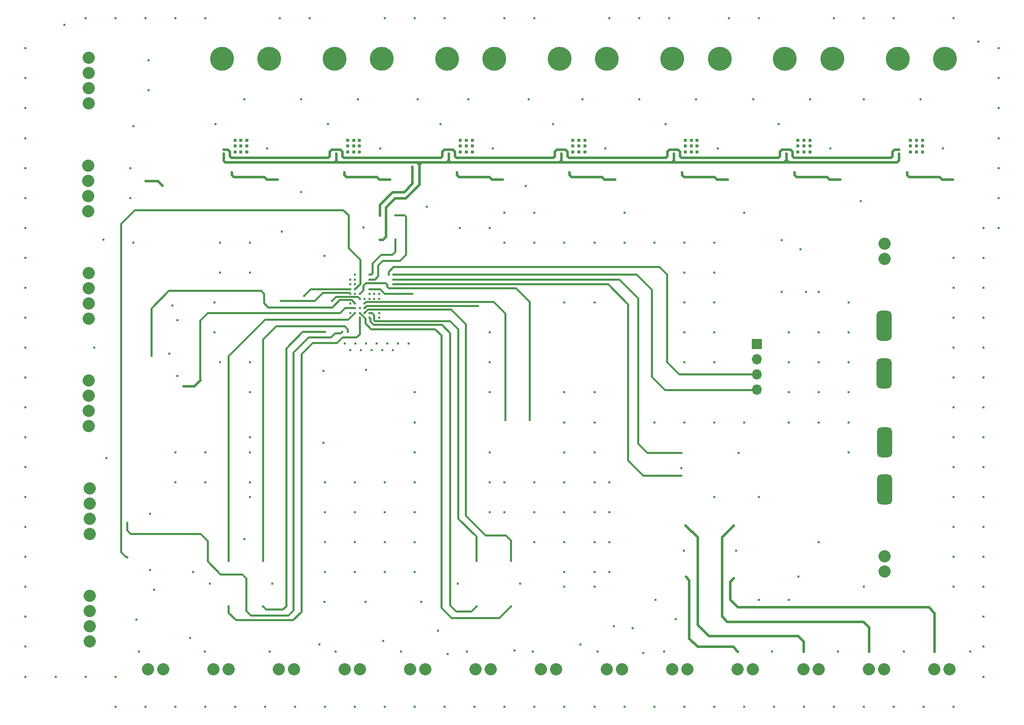
<source format=gbr>
%TF.GenerationSoftware,KiCad,Pcbnew,6.0.0*%
%TF.CreationDate,2022-01-12T19:51:09-05:00*%
%TF.ProjectId,sensor-board,73656e73-6f72-42d6-926f-6172642e6b69,-1*%
%TF.SameCoordinates,Original*%
%TF.FileFunction,Copper,L2,Inr*%
%TF.FilePolarity,Positive*%
%FSLAX46Y46*%
G04 Gerber Fmt 4.6, Leading zero omitted, Abs format (unit mm)*
G04 Created by KiCad (PCBNEW 6.0.0) date 2022-01-12 19:51:09*
%MOMM*%
%LPD*%
G01*
G04 APERTURE LIST*
G04 Aperture macros list*
%AMRoundRect*
0 Rectangle with rounded corners*
0 $1 Rounding radius*
0 $2 $3 $4 $5 $6 $7 $8 $9 X,Y pos of 4 corners*
0 Add a 4 corners polygon primitive as box body*
4,1,4,$2,$3,$4,$5,$6,$7,$8,$9,$2,$3,0*
0 Add four circle primitives for the rounded corners*
1,1,$1+$1,$2,$3*
1,1,$1+$1,$4,$5*
1,1,$1+$1,$6,$7*
1,1,$1+$1,$8,$9*
0 Add four rect primitives between the rounded corners*
20,1,$1+$1,$2,$3,$4,$5,0*
20,1,$1+$1,$4,$5,$6,$7,0*
20,1,$1+$1,$6,$7,$8,$9,0*
20,1,$1+$1,$8,$9,$2,$3,0*%
G04 Aperture macros list end*
%TA.AperFunction,ComponentPad*%
%ADD10C,2.032000*%
%TD*%
%TA.AperFunction,ComponentPad*%
%ADD11C,4.000000*%
%TD*%
%TA.AperFunction,HeatsinkPad*%
%ADD12C,0.600000*%
%TD*%
%TA.AperFunction,ComponentPad*%
%ADD13R,1.700000X1.700000*%
%TD*%
%TA.AperFunction,ComponentPad*%
%ADD14O,1.700000X1.700000*%
%TD*%
%TA.AperFunction,ComponentPad*%
%ADD15RoundRect,0.625000X-0.625000X1.875000X-0.625000X-1.875000X0.625000X-1.875000X0.625000X1.875000X0*%
%TD*%
%TA.AperFunction,ViaPad*%
%ADD16C,0.400000*%
%TD*%
%TA.AperFunction,Conductor*%
%ADD17C,0.400000*%
%TD*%
%TA.AperFunction,Conductor*%
%ADD18C,0.300000*%
%TD*%
G04 APERTURE END LIST*
D10*
X126708456Y-151300000D03*
X129248456Y-151300000D03*
D11*
X121993933Y-49242000D03*
X114093933Y-49242000D03*
D10*
X214294172Y-151300000D03*
X216834172Y-151300000D03*
X192397740Y-151300000D03*
X194937740Y-151300000D03*
X72989600Y-67089000D03*
X72989600Y-69629000D03*
X72989600Y-72169000D03*
X72989600Y-74709000D03*
X73014600Y-49109000D03*
X73014600Y-51649000D03*
X73014600Y-54189000D03*
X73014600Y-56729000D03*
X205957600Y-134946000D03*
X205957600Y-132406000D03*
D11*
X216035600Y-49242000D03*
X208135600Y-49242000D03*
D12*
X212302268Y-62842000D03*
X212302268Y-63842000D03*
X210302268Y-62842000D03*
X212302268Y-64842000D03*
X211302268Y-62842000D03*
X211302268Y-63842000D03*
X210302268Y-63842000D03*
X210302268Y-64842000D03*
X211302268Y-64842000D03*
D10*
X205957600Y-82688000D03*
X205957600Y-80148000D03*
D12*
X97485600Y-64842000D03*
X99485600Y-63842000D03*
X97485600Y-63842000D03*
X97485600Y-62842000D03*
X99485600Y-64842000D03*
X99485600Y-62842000D03*
X98485600Y-64842000D03*
X98485600Y-62842000D03*
X98485600Y-63842000D03*
D10*
X73240790Y-139009000D03*
X73240790Y-141549000D03*
X73240790Y-144089000D03*
X73240790Y-146629000D03*
D11*
X178418932Y-49242000D03*
X170518932Y-49242000D03*
X159610599Y-49242000D03*
X151710599Y-49242000D03*
D10*
X137656670Y-151300000D03*
X140196670Y-151300000D03*
D13*
X184600000Y-96920000D03*
D14*
X184600000Y-99460000D03*
X184600000Y-102000000D03*
X184600000Y-104540000D03*
D10*
X82915600Y-151300000D03*
X85455600Y-151300000D03*
X181449526Y-151300000D03*
X183989526Y-151300000D03*
X104812028Y-151300000D03*
X107352028Y-151300000D03*
D12*
X155910599Y-63842000D03*
X155910599Y-62842000D03*
X153910599Y-63842000D03*
X153910599Y-62842000D03*
X154910599Y-64842000D03*
X154910599Y-63842000D03*
X155910599Y-64842000D03*
X154910599Y-62842000D03*
X153910599Y-64842000D03*
D15*
X205875000Y-101793333D03*
X205875000Y-93893333D03*
D11*
X103185600Y-49242000D03*
X95285600Y-49242000D03*
D10*
X73014600Y-103049000D03*
X73014600Y-105589000D03*
X73014600Y-108129000D03*
X73014600Y-110669000D03*
D12*
X137102266Y-62842000D03*
X137102266Y-64842000D03*
X136102266Y-63842000D03*
X135102266Y-64842000D03*
X135102266Y-63842000D03*
X137102266Y-63842000D03*
X136102266Y-64842000D03*
X135102266Y-62842000D03*
X136102266Y-62842000D03*
X191493933Y-62842000D03*
X193493933Y-63842000D03*
X192493933Y-62842000D03*
X191493933Y-63842000D03*
X192493933Y-63842000D03*
X192493933Y-64842000D03*
X193493933Y-64842000D03*
X191493933Y-64842000D03*
X193493933Y-62842000D03*
D11*
X197227265Y-49242000D03*
X189327265Y-49242000D03*
D10*
X73014600Y-85069000D03*
X73014600Y-87609000D03*
X73014600Y-90149000D03*
X73014600Y-92689000D03*
X93863814Y-151300000D03*
X96403814Y-151300000D03*
X115760242Y-151300000D03*
X118300242Y-151300000D03*
X148604884Y-151300000D03*
X151144884Y-151300000D03*
X159553098Y-151300000D03*
X162093098Y-151300000D03*
D15*
X205957600Y-121200666D03*
X205957600Y-113300666D03*
D10*
X170501312Y-151300000D03*
X173041312Y-151300000D03*
D12*
X173685600Y-62842000D03*
X172685600Y-62842000D03*
X174685600Y-63842000D03*
X174685600Y-62842000D03*
X173685600Y-64842000D03*
X172685600Y-63842000D03*
X172685600Y-64842000D03*
X173685600Y-63842000D03*
X174685600Y-64842000D03*
X118293933Y-64842000D03*
X118293933Y-62842000D03*
X116293933Y-62842000D03*
X117293933Y-62842000D03*
X117293933Y-63842000D03*
X117293933Y-64842000D03*
X116293933Y-64842000D03*
X118293933Y-63842000D03*
X116293933Y-63842000D03*
D10*
X73240790Y-121029000D03*
X73240790Y-123569000D03*
X73240790Y-126109000D03*
X73240790Y-128649000D03*
D11*
X140802266Y-49242000D03*
X132902266Y-49242000D03*
D10*
X203345954Y-151300000D03*
X205885954Y-151300000D03*
D16*
X112500000Y-120000000D03*
X195000000Y-105000000D03*
X197500000Y-42500000D03*
X182500000Y-157500000D03*
X174500000Y-56000000D03*
X222500000Y-112500000D03*
X162500000Y-75000000D03*
X190000000Y-139700000D03*
X217500000Y-117500000D03*
X135000000Y-77500000D03*
X191600000Y-135800000D03*
X134710600Y-136951000D03*
X127500000Y-42500000D03*
X127500000Y-110000000D03*
X100000000Y-85000000D03*
X108500000Y-71500000D03*
X195000000Y-130000000D03*
X118000000Y-56000000D03*
X62500000Y-57500000D03*
X80500000Y-80000000D03*
X87500000Y-120000000D03*
X157500000Y-105000000D03*
X155500000Y-56000000D03*
X120735600Y-88542000D03*
X127500000Y-125000000D03*
X69000000Y-43600000D03*
X225000000Y-72500000D03*
X112400000Y-140000000D03*
X114235600Y-148350000D03*
X217500000Y-132500000D03*
X202000000Y-73000000D03*
X152500000Y-80000000D03*
X217500000Y-97500000D03*
X99000000Y-56000000D03*
X77500000Y-157500000D03*
X200000000Y-110000000D03*
X177500000Y-122500000D03*
X127500000Y-105000000D03*
X152500000Y-125000000D03*
X80500000Y-60500000D03*
X225000000Y-67500000D03*
X200000000Y-115000000D03*
X191926600Y-81103000D03*
X217500000Y-102500000D03*
X116735600Y-90142000D03*
X95000000Y-100000000D03*
X77500000Y-42500000D03*
X129500000Y-74000000D03*
X222500000Y-152500000D03*
X193500000Y-56000000D03*
X157500000Y-80000000D03*
X225000000Y-62500000D03*
X220260600Y-148275000D03*
X87500000Y-157500000D03*
X160000000Y-135000000D03*
X102500000Y-157500000D03*
X212500000Y-157500000D03*
X122500000Y-135000000D03*
X62500000Y-77500000D03*
X157500000Y-137500000D03*
X62500000Y-87500000D03*
X217500000Y-87500000D03*
X147500000Y-157500000D03*
X142500000Y-157500000D03*
X142500000Y-75000000D03*
X222500000Y-107500000D03*
X121535600Y-88542000D03*
X190000000Y-95000000D03*
X140000000Y-77500000D03*
X81000000Y-143000000D03*
X62500000Y-112500000D03*
X140000000Y-125000000D03*
X152500000Y-135000000D03*
X162500000Y-157500000D03*
X75500000Y-79500000D03*
X62500000Y-117500000D03*
X167700000Y-139700000D03*
X81435600Y-148350000D03*
X172500000Y-80000000D03*
X127500000Y-135000000D03*
X62500000Y-137500000D03*
X80000000Y-67500000D03*
X202500000Y-56000000D03*
X62500000Y-72500000D03*
X62500000Y-127500000D03*
X83275600Y-134663000D03*
X110000000Y-42500000D03*
X125235600Y-148350000D03*
X221600000Y-46400000D03*
X62500000Y-67500000D03*
X100000000Y-112500000D03*
X197500000Y-157500000D03*
X195000000Y-100000000D03*
X62500000Y-107500000D03*
X119343600Y-101242500D03*
X119300000Y-140000000D03*
X140000000Y-100000000D03*
X177500000Y-100000000D03*
X157500000Y-125000000D03*
X86500000Y-98500000D03*
X212000000Y-56000000D03*
X122500000Y-125000000D03*
X100000000Y-115000000D03*
X92500000Y-115000000D03*
X180000000Y-42500000D03*
X144200000Y-148100000D03*
X177500000Y-80000000D03*
X137500000Y-157500000D03*
X172500000Y-157500000D03*
X122500000Y-130000000D03*
X217500000Y-127500000D03*
X95000000Y-85000000D03*
X152500000Y-90000000D03*
X84000000Y-138000000D03*
X62500000Y-82500000D03*
X94000000Y-95000000D03*
X222500000Y-102500000D03*
X62500000Y-97500000D03*
X200000000Y-100000000D03*
X146500000Y-56000000D03*
X77500000Y-152500000D03*
X142500000Y-80000000D03*
X100000000Y-100000000D03*
X165700000Y-148600000D03*
X95000000Y-80000000D03*
X188802400Y-88159400D03*
X140000000Y-115000000D03*
X152500000Y-110000000D03*
X117535600Y-86142000D03*
X105000000Y-42500000D03*
X117500000Y-135000000D03*
X222500000Y-132500000D03*
X152500000Y-115000000D03*
X157500000Y-115000000D03*
X147500000Y-130000000D03*
X170000000Y-42500000D03*
X165000000Y-56000000D03*
X83000000Y-49500000D03*
X185000000Y-122500000D03*
X133000000Y-148700000D03*
X209210600Y-148275000D03*
X152500000Y-137500000D03*
X202500000Y-157500000D03*
X222500000Y-77500000D03*
X132500000Y-157500000D03*
X165000000Y-42500000D03*
X127500000Y-120000000D03*
X87835600Y-92919000D03*
X200000000Y-105000000D03*
X74000000Y-97500000D03*
X152500000Y-130000000D03*
X132500000Y-42500000D03*
X119935600Y-88542000D03*
X128000000Y-56000000D03*
X172500000Y-95000000D03*
X222500000Y-92500000D03*
X177500000Y-85000000D03*
X117500000Y-125000000D03*
X112500000Y-157500000D03*
X195000000Y-110000000D03*
X182500000Y-75000000D03*
X122200000Y-146500000D03*
X177500000Y-110000000D03*
X62500000Y-62500000D03*
X217500000Y-112500000D03*
X97500000Y-157500000D03*
X103235600Y-148350000D03*
X127500000Y-157500000D03*
X198160600Y-148275000D03*
X111600000Y-147100000D03*
X172500000Y-90000000D03*
X217500000Y-137500000D03*
X222500000Y-147500000D03*
X177500000Y-95000000D03*
X190000000Y-105000000D03*
X222500000Y-117500000D03*
X140000000Y-120000000D03*
X172500000Y-110000000D03*
X222500000Y-142500000D03*
X140000000Y-105000000D03*
X182500000Y-110000000D03*
X172458600Y-131490000D03*
X217500000Y-107500000D03*
X82500000Y-42500000D03*
X157500000Y-157500000D03*
X162500000Y-80000000D03*
X157500000Y-110000000D03*
X147500000Y-80000000D03*
X67500000Y-152500000D03*
X217500000Y-42500000D03*
X92435600Y-148350000D03*
X147500000Y-75000000D03*
X87000000Y-90500000D03*
X217500000Y-157500000D03*
X157500000Y-120000000D03*
X92500000Y-42500000D03*
X80000000Y-72500000D03*
X62500000Y-102500000D03*
X188802400Y-79553600D03*
X93308600Y-136951000D03*
X122500000Y-120000000D03*
X62500000Y-52500000D03*
X147235600Y-148350000D03*
X167500000Y-157500000D03*
X100000000Y-120000000D03*
X163900000Y-144400000D03*
X108500000Y-56000000D03*
X62500000Y-152500000D03*
X112500000Y-135000000D03*
X167500000Y-80000000D03*
X172500000Y-85000000D03*
X142500000Y-125000000D03*
X160800000Y-144100000D03*
X225000000Y-52500000D03*
X207500000Y-157500000D03*
X117500000Y-157500000D03*
X152500000Y-157500000D03*
X128600000Y-140000000D03*
X185000000Y-139700000D03*
X127500000Y-115000000D03*
X195000000Y-88215000D03*
X158035600Y-148350000D03*
X160000000Y-125000000D03*
X146000000Y-70500000D03*
X207500000Y-42500000D03*
X192500000Y-157500000D03*
X87500000Y-115000000D03*
X62500000Y-132500000D03*
X157500000Y-135000000D03*
X152500000Y-105000000D03*
X222500000Y-137500000D03*
X94000000Y-90000000D03*
X217500000Y-122500000D03*
X92500000Y-120000000D03*
X225000000Y-77500000D03*
X147500000Y-120000000D03*
X62500000Y-122500000D03*
X136235600Y-148350000D03*
X190000000Y-100000000D03*
X62500000Y-92500000D03*
X181573600Y-115107000D03*
X187500000Y-157500000D03*
X62500000Y-142500000D03*
X217500000Y-92500000D03*
X222500000Y-87500000D03*
X131400000Y-144800000D03*
X155200000Y-147100000D03*
X112275000Y-113425000D03*
X217500000Y-82500000D03*
X90500000Y-135000000D03*
X107500000Y-157500000D03*
X187210600Y-148275000D03*
X185000000Y-42500000D03*
X222500000Y-97500000D03*
X171100000Y-142900000D03*
X99000000Y-129500000D03*
X127500000Y-130000000D03*
X76000000Y-116000000D03*
X202500000Y-137500000D03*
X112385600Y-82142000D03*
X100000000Y-122500000D03*
X122500000Y-42500000D03*
X140000000Y-95000000D03*
X200000000Y-90000000D03*
X72500000Y-42500000D03*
X100000000Y-80000000D03*
X169106600Y-148279000D03*
X184000000Y-56000000D03*
X90000000Y-146000000D03*
X100000000Y-105000000D03*
X117500000Y-130000000D03*
X147500000Y-125000000D03*
X147500000Y-42500000D03*
X92500000Y-157500000D03*
X195000000Y-95000000D03*
X142500000Y-42500000D03*
X160000000Y-130000000D03*
X222500000Y-122500000D03*
X117500000Y-120000000D03*
X160000000Y-120000000D03*
X160000000Y-42500000D03*
X62500000Y-47500000D03*
X142500000Y-120000000D03*
X225000000Y-47500000D03*
X112500000Y-125000000D03*
X83000000Y-54500000D03*
X222500000Y-82500000D03*
X136500000Y-56000000D03*
X82500000Y-157500000D03*
X87500000Y-42500000D03*
X112500000Y-130000000D03*
X62500000Y-147500000D03*
X202500000Y-42500000D03*
X225000000Y-57500000D03*
X152500000Y-120000000D03*
X177500000Y-157500000D03*
X177500000Y-90000000D03*
X190000000Y-110000000D03*
X200000000Y-95000000D03*
X122500000Y-157500000D03*
X222500000Y-127500000D03*
X157500000Y-90000000D03*
X167500000Y-110000000D03*
X157500000Y-130000000D03*
X72500000Y-152500000D03*
X105335600Y-78117000D03*
X172500000Y-100000000D03*
X196885600Y-64242000D03*
X87835600Y-102226925D03*
X119935600Y-89342000D03*
X119343600Y-96810500D03*
X118467600Y-97940500D03*
X124677600Y-96810500D03*
X123801600Y-97940500D03*
X140485600Y-64242000D03*
X121535600Y-89342000D03*
X120245600Y-97940500D03*
X150635600Y-60142000D03*
X172048600Y-117647000D03*
X215685600Y-64242000D03*
X112231600Y-101382500D03*
X94235600Y-60142000D03*
X120735600Y-89342000D03*
X122899600Y-96810500D03*
X121121600Y-96810500D03*
X131835600Y-60142000D03*
X121685600Y-64242000D03*
X188235600Y-60142000D03*
X117535600Y-86942000D03*
X169435600Y-60142000D03*
X145126600Y-136951000D03*
X122023600Y-97940500D03*
X192876600Y-88199800D03*
X117565600Y-96810500D03*
X102885600Y-64242000D03*
X178085600Y-64242000D03*
X115787600Y-96810500D03*
X181163600Y-131490000D03*
X159285600Y-64242000D03*
X83275600Y-125265000D03*
X119135600Y-89342000D03*
X118962600Y-77481000D03*
X113035600Y-60142000D03*
X116689600Y-97940500D03*
X117535600Y-85342000D03*
X103724600Y-136951000D03*
X180771600Y-136000000D03*
X214294172Y-148279000D03*
X180735600Y-127207000D03*
X203345954Y-148279000D03*
X172735600Y-127207000D03*
X192397740Y-148279000D03*
X172771600Y-135800000D03*
X181449526Y-148279000D03*
X85307600Y-70401000D03*
X82513600Y-69639000D03*
X117535600Y-90142000D03*
X83529600Y-98849000D03*
X88863600Y-103929000D03*
X91657600Y-102913000D03*
X117535600Y-90942000D03*
X96438600Y-133141000D03*
X117535600Y-91742000D03*
X96438400Y-140766800D03*
X118335600Y-92542000D03*
X138035600Y-90542000D03*
X119135600Y-90942000D03*
X217335600Y-69392000D03*
X209672600Y-68242000D03*
X160935600Y-69392000D03*
X153284600Y-68242000D03*
X104535600Y-69392000D03*
X96896600Y-68242000D03*
X198535600Y-69392000D03*
X190876600Y-68242000D03*
X142135600Y-69392000D03*
X134488600Y-68242000D03*
X179735600Y-69392000D03*
X172080600Y-68242000D03*
X115692600Y-68242000D03*
X123335600Y-69392000D03*
X105135600Y-89742000D03*
X116735600Y-88542000D03*
X117535600Y-88542000D03*
X79465600Y-126788800D03*
X115335600Y-94892000D03*
X117535600Y-87742000D03*
X79465600Y-132528800D03*
X118335600Y-88542000D03*
X146664000Y-109600000D03*
X116735600Y-91742000D03*
X118335600Y-89342000D03*
X102178400Y-140766800D03*
X112485600Y-94892000D03*
X113685600Y-89742000D03*
X102178600Y-133141000D03*
X118335600Y-90942000D03*
X116335600Y-94892000D03*
X143549400Y-140766800D03*
X118335600Y-91742000D03*
X143549600Y-133141000D03*
X119135600Y-91742000D03*
X119135600Y-90142000D03*
X142600000Y-109600000D03*
X119935600Y-91742000D03*
X137809600Y-133141000D03*
X137809400Y-140766800D03*
X119935600Y-92542000D03*
X121535600Y-91742000D03*
X121535600Y-92542000D03*
X123935600Y-85342000D03*
X123135600Y-85342000D03*
X114335600Y-64442000D03*
X170735600Y-64442000D03*
X151935600Y-64442000D03*
X121629600Y-75449000D03*
X127090600Y-67321000D03*
X95535600Y-64442000D03*
X127090600Y-65797000D03*
X189535600Y-64442000D03*
X133135600Y-64442000D03*
X208335600Y-64442000D03*
X189535600Y-65042000D03*
X208335600Y-65042000D03*
X121629600Y-79513000D03*
X114335600Y-65042000D03*
X151935600Y-65042000D03*
X95535600Y-65042000D03*
X133135600Y-65042000D03*
X170735600Y-65042000D03*
X172048600Y-115107000D03*
X123935600Y-86142000D03*
X123935600Y-86942000D03*
X172048600Y-118917000D03*
X119935600Y-85342000D03*
X124285600Y-79502000D03*
X119935600Y-86142000D03*
X124296600Y-75449000D03*
X116735600Y-86142000D03*
X116735600Y-86942000D03*
X119935600Y-87742000D03*
X126455600Y-96810500D03*
X127090600Y-88530000D03*
X116735600Y-87742000D03*
X108985600Y-88892000D03*
D17*
X181446600Y-140888000D02*
X180176600Y-139618000D01*
X213323600Y-140888000D02*
X181446600Y-140888000D01*
X214294172Y-141858572D02*
X213323600Y-140888000D01*
X180176600Y-139618000D02*
X180176600Y-136595000D01*
X214294172Y-148279000D02*
X214294172Y-141858572D01*
X180176600Y-136595000D02*
X180771600Y-136000000D01*
X180735600Y-127207000D02*
X178779600Y-129163000D01*
X202401600Y-143301000D02*
X203345954Y-144245354D01*
X178779600Y-142412000D02*
X179668600Y-143301000D01*
X203345954Y-144245354D02*
X203345954Y-148279000D01*
X179668600Y-143301000D02*
X202401600Y-143301000D01*
X178779600Y-129163000D02*
X178779600Y-142412000D01*
X176620600Y-145714000D02*
X191479600Y-145714000D01*
X172735600Y-127207000D02*
X174715600Y-129187000D01*
X192397740Y-146632140D02*
X192397740Y-148279000D01*
X191479600Y-145714000D02*
X192397740Y-146632140D01*
X174715600Y-143809000D02*
X176620600Y-145714000D01*
X174715600Y-129187000D02*
X174715600Y-143809000D01*
X174715600Y-147492000D02*
X173318600Y-146095000D01*
X181449526Y-148279000D02*
X180662526Y-147492000D01*
X173318600Y-146095000D02*
X173318600Y-136347000D01*
X173318600Y-136347000D02*
X172771600Y-135800000D01*
X180662526Y-147492000D02*
X174715600Y-147492000D01*
X84545600Y-69639000D02*
X85307600Y-70401000D01*
X82513600Y-69639000D02*
X84545600Y-69639000D01*
D18*
X83500000Y-98819400D02*
X83529600Y-98849000D01*
X114985600Y-89592000D02*
X116985600Y-89592000D01*
X116985600Y-89592000D02*
X117535600Y-90142000D01*
X102335600Y-88542000D02*
X102335600Y-90092000D01*
X83500000Y-90969000D02*
X83500000Y-98819400D01*
X101815600Y-88022000D02*
X102335600Y-88542000D01*
X102335600Y-90092000D02*
X103035600Y-90792000D01*
X113785600Y-90792000D02*
X114985600Y-89592000D01*
X103035600Y-90792000D02*
X113785600Y-90792000D01*
X86447000Y-88022000D02*
X101815600Y-88022000D01*
X86447000Y-88022000D02*
X83500000Y-90969000D01*
D17*
X90641600Y-103929000D02*
X88863600Y-103929000D01*
D18*
X92908000Y-91792000D02*
X91657600Y-93042400D01*
X115885600Y-90942000D02*
X115035600Y-91792000D01*
X91657600Y-93042400D02*
X91657600Y-102913000D01*
X117535600Y-90942000D02*
X115885600Y-90942000D01*
X115035600Y-91792000D02*
X92908000Y-91792000D01*
D17*
X91657600Y-102913000D02*
X90641600Y-103929000D01*
D18*
X116385600Y-92892000D02*
X102485600Y-92892000D01*
X117535600Y-91742000D02*
X116385600Y-92892000D01*
X96438600Y-98939000D02*
X96438600Y-133141000D01*
X102485600Y-92892000D02*
X96438600Y-98939000D01*
X108585600Y-141700000D02*
X107185600Y-143100000D01*
X118335600Y-95292000D02*
X117785600Y-95842000D01*
X118335600Y-92542000D02*
X118335600Y-95292000D01*
X107185600Y-143100000D02*
X97685600Y-143100000D01*
X117785600Y-95842000D02*
X115435600Y-95842000D01*
X108585600Y-98592000D02*
X108585600Y-141700000D01*
X96435600Y-141850000D02*
X96435600Y-140769600D01*
X97685600Y-143100000D02*
X96435600Y-141850000D01*
X110435600Y-96742000D02*
X108585600Y-98592000D01*
X114535600Y-96742000D02*
X110435600Y-96742000D01*
X115435600Y-95842000D02*
X114535600Y-96742000D01*
X96435600Y-140769600D02*
X96438400Y-140766800D01*
X119535600Y-90542000D02*
X138035600Y-90542000D01*
X119135600Y-90942000D02*
X119535600Y-90542000D01*
D17*
X215101600Y-68972000D02*
X215521600Y-69392000D01*
X210021600Y-68972000D02*
X215101600Y-68972000D01*
X209672600Y-68242000D02*
X209672600Y-68623000D01*
X209672600Y-68623000D02*
X210021600Y-68972000D01*
X215521600Y-69392000D02*
X217311600Y-69392000D01*
X153284600Y-68242000D02*
X153284600Y-68623000D01*
X159133600Y-69392000D02*
X160923600Y-69392000D01*
X158713600Y-68972000D02*
X159133600Y-69392000D01*
X153284600Y-68623000D02*
X153633600Y-68972000D01*
X153633600Y-68972000D02*
X158713600Y-68972000D01*
X97245600Y-68972000D02*
X102325600Y-68972000D01*
X96896600Y-68623000D02*
X97245600Y-68972000D01*
X102325600Y-68972000D02*
X102745600Y-69392000D01*
X96896600Y-68242000D02*
X96896600Y-68623000D01*
X102745600Y-69392000D02*
X104535600Y-69392000D01*
X190876600Y-68623000D02*
X191225600Y-68972000D01*
X191225600Y-68972000D02*
X196305600Y-68972000D01*
X196305600Y-68972000D02*
X196725600Y-69392000D01*
X196725600Y-69392000D02*
X198515600Y-69392000D01*
X190876600Y-68242000D02*
X190876600Y-68623000D01*
X134488600Y-68242000D02*
X134488600Y-68623000D01*
X140337600Y-69392000D02*
X142127600Y-69392000D01*
X139917600Y-68972000D02*
X140337600Y-69392000D01*
X134488600Y-68623000D02*
X134837600Y-68972000D01*
X134837600Y-68972000D02*
X139917600Y-68972000D01*
X177509600Y-68972000D02*
X177929600Y-69392000D01*
X177929600Y-69392000D02*
X179719600Y-69392000D01*
X172080600Y-68623000D02*
X172429600Y-68972000D01*
X172429600Y-68972000D02*
X177509600Y-68972000D01*
X172080600Y-68242000D02*
X172080600Y-68623000D01*
X115692600Y-68242000D02*
X115692600Y-68623000D01*
X116041600Y-68972000D02*
X121121600Y-68972000D01*
X121121600Y-68972000D02*
X121541600Y-69392000D01*
X115692600Y-68623000D02*
X116041600Y-68972000D01*
X121541600Y-69392000D02*
X123331600Y-69392000D01*
D18*
X112185600Y-88392000D02*
X111435600Y-89142000D01*
X109785600Y-89742000D02*
X105135600Y-89742000D01*
X116585600Y-88392000D02*
X114385600Y-88392000D01*
X114385600Y-88392000D02*
X112185600Y-88392000D01*
X111435600Y-89142000D02*
X110835600Y-89742000D01*
X116635600Y-88442000D02*
X116585600Y-88392000D01*
X116735600Y-88542000D02*
X116635600Y-88442000D01*
X110835600Y-89742000D02*
X109785600Y-89742000D01*
X115335600Y-94892000D02*
X115085600Y-95142000D01*
X99385600Y-136100000D02*
X98685600Y-135400000D01*
X100135600Y-142300000D02*
X99385600Y-141550000D01*
X109785600Y-95842000D02*
X107285600Y-98342000D01*
X113485600Y-95842000D02*
X109785600Y-95842000D01*
X79465600Y-128099000D02*
X80035600Y-128669000D01*
X107285600Y-141450000D02*
X106435600Y-142300000D01*
X92905300Y-129838700D02*
X92905300Y-130019700D01*
X98685600Y-135400000D02*
X95035600Y-135400000D01*
X92905300Y-133269700D02*
X92905300Y-130019700D01*
X79465600Y-126788800D02*
X79465600Y-128099000D01*
X95035600Y-135400000D02*
X92905300Y-133269700D01*
X115085600Y-95142000D02*
X114185600Y-95142000D01*
X114185600Y-95142000D02*
X113485600Y-95842000D01*
X91735600Y-128669000D02*
X92905300Y-129838700D01*
X106435600Y-142300000D02*
X100135600Y-142300000D01*
X80035600Y-128669000D02*
X91735600Y-128669000D01*
X107285600Y-98342000D02*
X107285600Y-141450000D01*
X99385600Y-141550000D02*
X99385600Y-136100000D01*
X116435600Y-80892000D02*
X118385600Y-82842000D01*
X80785600Y-74542000D02*
X115535600Y-74542000D01*
X116435600Y-75442000D02*
X116435600Y-80892000D01*
X79295400Y-132528800D02*
X78485600Y-131719000D01*
X79465600Y-132528800D02*
X79295400Y-132528800D01*
X115535600Y-74542000D02*
X116435600Y-75442000D01*
X118385600Y-82842000D02*
X118385600Y-86892000D01*
X118385600Y-86892000D02*
X117535600Y-87742000D01*
X78485600Y-131719000D02*
X78485600Y-76842000D01*
X78485600Y-76842000D02*
X80785600Y-74542000D01*
X119325600Y-86752000D02*
X122645600Y-86752000D01*
X146664000Y-89864000D02*
X144441000Y-87641000D01*
X118935600Y-87942000D02*
X118935600Y-87142000D01*
X118335600Y-88542000D02*
X118935600Y-87942000D01*
X123153600Y-87641000D02*
X144441000Y-87641000D01*
X122899600Y-87006000D02*
X122899600Y-87387000D01*
X122899600Y-87387000D02*
X123153600Y-87641000D01*
X122645600Y-86752000D02*
X122899600Y-87006000D01*
X146664000Y-89864000D02*
X146664000Y-109600000D01*
X118935600Y-87142000D02*
X119325600Y-86752000D01*
X105485600Y-141300000D02*
X102685600Y-141300000D01*
X113685600Y-89742000D02*
X114385600Y-89042000D01*
X108785600Y-94892000D02*
X106035600Y-97642000D01*
X112485600Y-94892000D02*
X108785600Y-94892000D01*
X118035600Y-89042000D02*
X118335600Y-89342000D01*
X106035600Y-97642000D02*
X106035600Y-140750000D01*
X114385600Y-89042000D02*
X118035600Y-89042000D01*
X102685600Y-141300000D02*
X102178400Y-140792800D01*
X102178400Y-140792800D02*
X102178400Y-140766800D01*
X106035600Y-140750000D02*
X105485600Y-141300000D01*
X116335600Y-94892000D02*
X116335600Y-94442000D01*
X116335600Y-94442000D02*
X115835600Y-93942000D01*
X104385600Y-93942000D02*
X102178600Y-96149000D01*
X102178600Y-96149000D02*
X102178600Y-133141000D01*
X115835600Y-93942000D02*
X104385600Y-93942000D01*
X120235600Y-94442000D02*
X130885600Y-94442000D01*
X131935600Y-95492000D02*
X131935600Y-141000000D01*
X133635600Y-142700000D02*
X141616200Y-142700000D01*
X119235600Y-92642000D02*
X119235600Y-93442000D01*
X118335600Y-91742000D02*
X119235600Y-92642000D01*
X130885600Y-94442000D02*
X131935600Y-95492000D01*
X141616200Y-142700000D02*
X143549400Y-140766800D01*
X119235600Y-93442000D02*
X120235600Y-94442000D01*
X131935600Y-141000000D02*
X133635600Y-142700000D01*
X118335600Y-91742000D02*
X118364600Y-91742000D01*
X119685600Y-91192000D02*
X133585600Y-91192000D01*
X139335600Y-128950000D02*
X142735600Y-128950000D01*
X119135600Y-91742000D02*
X119685600Y-91192000D01*
X143535600Y-129750000D02*
X143535600Y-133127000D01*
X133585600Y-91192000D02*
X136035600Y-93642000D01*
X143535600Y-133127000D02*
X143549600Y-133141000D01*
X136035600Y-93642000D02*
X136035600Y-125650000D01*
X136035600Y-125650000D02*
X139335600Y-128950000D01*
X142735600Y-128950000D02*
X143535600Y-129750000D01*
X142600000Y-91800000D02*
X140692000Y-89892000D01*
X119385600Y-89892000D02*
X119135600Y-90142000D01*
X142600000Y-109600000D02*
X142600000Y-91800000D01*
X140692000Y-89892000D02*
X119385600Y-89892000D01*
X134785600Y-94492000D02*
X134785600Y-126100000D01*
X137809600Y-129124000D02*
X137809600Y-133141000D01*
X120740600Y-92975000D02*
X120867600Y-93102000D01*
X120396600Y-91742000D02*
X120740600Y-92086000D01*
X120740600Y-92086000D02*
X120740600Y-92975000D01*
X133395600Y-93102000D02*
X134785600Y-94492000D01*
X134785600Y-126100000D02*
X137809600Y-129124000D01*
X119935600Y-91742000D02*
X120396600Y-91742000D01*
X120867600Y-93102000D02*
X133395600Y-93102000D01*
X120105600Y-92721000D02*
X120105600Y-93229000D01*
X133435600Y-140600000D02*
X133530300Y-140694700D01*
X120613600Y-93737000D02*
X132030600Y-93737000D01*
X133435600Y-95142000D02*
X133435600Y-140600000D01*
X133530300Y-140694700D02*
X134435600Y-141600000D01*
X120105600Y-93229000D02*
X120613600Y-93737000D01*
X119935600Y-92542000D02*
X119935600Y-92551000D01*
X132030600Y-93737000D02*
X133435600Y-95142000D01*
X136976200Y-141600000D02*
X137809400Y-140766800D01*
X134435600Y-141600000D02*
X136976200Y-141600000D01*
X119935600Y-92551000D02*
X120105600Y-92721000D01*
X167095300Y-102390600D02*
X169304700Y-104600000D01*
X170400000Y-104600000D02*
X184540000Y-104600000D01*
X184540000Y-104600000D02*
X184600000Y-104540000D01*
X164542300Y-85342000D02*
X167095300Y-87895000D01*
X169304700Y-104600000D02*
X170400000Y-104600000D01*
X123935600Y-85342000D02*
X164542300Y-85342000D01*
X167095300Y-87895000D02*
X167095300Y-102390600D01*
X123135600Y-85342000D02*
X123135600Y-84865000D01*
X169635300Y-85355000D02*
X169635300Y-99930600D01*
X171704700Y-102000000D02*
X172300000Y-102000000D01*
X123135600Y-84865000D02*
X123915600Y-84085000D01*
X184600000Y-102000000D02*
X172300000Y-102000000D01*
X168365300Y-84085000D02*
X169635300Y-85355000D01*
X123915600Y-84085000D02*
X168365300Y-84085000D01*
X169635300Y-99930600D02*
X171704700Y-102000000D01*
D17*
X133127600Y-64442000D02*
X133863600Y-64442000D01*
X132043600Y-65543000D02*
X132043600Y-64781000D01*
X121629600Y-73671000D02*
X123788600Y-71512000D01*
X169974600Y-64442000D02*
X170710600Y-64442000D01*
X127090600Y-70115000D02*
X127090600Y-67321000D01*
X152998600Y-64781000D02*
X152998600Y-65543000D01*
X134202600Y-64781000D02*
X134202600Y-65543000D01*
X95535600Y-64442000D02*
X96271600Y-64442000D01*
X134202600Y-65543000D02*
X134456600Y-65797000D01*
X131789600Y-65797000D02*
X132043600Y-65543000D01*
X115406600Y-64781000D02*
X115406600Y-65543000D01*
X113247600Y-64781000D02*
X113586600Y-64442000D01*
X152998600Y-65543000D02*
X153252600Y-65797000D01*
X151178600Y-64442000D02*
X151914600Y-64442000D01*
X188177600Y-65797000D02*
X188431600Y-65543000D01*
X114331600Y-64442000D02*
X115067600Y-64442000D01*
X190590600Y-64781000D02*
X190590600Y-65543000D01*
X121629600Y-75449000D02*
X121629600Y-73671000D01*
X169635600Y-65543000D02*
X169635600Y-64781000D01*
X150585600Y-65797000D02*
X150839600Y-65543000D01*
X151923600Y-64442000D02*
X152659600Y-64442000D01*
X113586600Y-64442000D02*
X114322600Y-64442000D01*
X112993600Y-65797000D02*
X113247600Y-65543000D01*
X206973600Y-65797000D02*
X207227600Y-65543000D01*
X153252600Y-65797000D02*
X169381600Y-65797000D01*
X190844600Y-65797000D02*
X206973600Y-65797000D01*
X123788600Y-71512000D02*
X125693600Y-71512000D01*
X115406600Y-65543000D02*
X115660600Y-65797000D01*
X96610600Y-64781000D02*
X96610600Y-65543000D01*
X115660600Y-65797000D02*
X127090600Y-65797000D01*
X96610600Y-65543000D02*
X96864600Y-65797000D01*
X169381600Y-65797000D02*
X169635600Y-65543000D01*
X189515600Y-64442000D02*
X190251600Y-64442000D01*
X96271600Y-64442000D02*
X96610600Y-64781000D01*
X132382600Y-64442000D02*
X133118600Y-64442000D01*
X152659600Y-64442000D02*
X152998600Y-64781000D01*
X150839600Y-64781000D02*
X151178600Y-64442000D01*
X188431600Y-65543000D02*
X188431600Y-64781000D01*
X207566600Y-64442000D02*
X208302600Y-64442000D01*
X96864600Y-65797000D02*
X112993600Y-65797000D01*
X127090600Y-65797000D02*
X131789600Y-65797000D01*
X169635600Y-64781000D02*
X169974600Y-64442000D01*
X190590600Y-65543000D02*
X190844600Y-65797000D01*
X171455600Y-64442000D02*
X171794600Y-64781000D01*
X132043600Y-64781000D02*
X132382600Y-64442000D01*
X115067600Y-64442000D02*
X115406600Y-64781000D01*
X207227600Y-64781000D02*
X207566600Y-64442000D01*
X133863600Y-64442000D02*
X134202600Y-64781000D01*
X150839600Y-65543000D02*
X150839600Y-64781000D01*
X134456600Y-65797000D02*
X150585600Y-65797000D01*
X125693600Y-71512000D02*
X127090600Y-70115000D01*
X170719600Y-64442000D02*
X171455600Y-64442000D01*
X207227600Y-65543000D02*
X207227600Y-64781000D01*
X171794600Y-64781000D02*
X171794600Y-65543000D01*
X171794600Y-65543000D02*
X172048600Y-65797000D01*
X172048600Y-65797000D02*
X188177600Y-65797000D01*
X190251600Y-64442000D02*
X190590600Y-64781000D01*
X188770600Y-64442000D02*
X189506600Y-64442000D01*
X113247600Y-65543000D02*
X113247600Y-64781000D01*
X188431600Y-64781000D02*
X188770600Y-64442000D01*
X128233600Y-66559000D02*
X128233600Y-67067000D01*
X95535600Y-65042000D02*
X95535600Y-66246000D01*
X128233600Y-67067000D02*
X128233600Y-66940000D01*
X189535600Y-65042000D02*
X189535600Y-66139000D01*
X128233600Y-66559000D02*
X128614600Y-66559000D01*
X95848600Y-66559000D02*
X114009600Y-66559000D01*
X189535600Y-66139000D02*
X189955600Y-66559000D01*
X170735600Y-66262000D02*
X170735600Y-66221000D01*
X122137600Y-79513000D02*
X121629600Y-79513000D01*
X170735600Y-66516000D02*
X170778600Y-66559000D01*
X189535600Y-66471000D02*
X189447600Y-66559000D01*
X114335600Y-66250000D02*
X114644600Y-66559000D01*
X133135600Y-65042000D02*
X133135600Y-66229000D01*
X133135600Y-66229000D02*
X133135600Y-66483000D01*
X170735600Y-66221000D02*
X170735600Y-66516000D01*
X114335600Y-66233000D02*
X114335600Y-66250000D01*
X133135600Y-66229000D02*
X133135600Y-66254000D01*
X128233600Y-70242000D02*
X125947600Y-72528000D01*
X128233600Y-66940000D02*
X128614600Y-66559000D01*
X133440600Y-66559000D02*
X151601600Y-66559000D01*
X151982600Y-66559000D02*
X152236600Y-66559000D01*
X133110600Y-66254000D02*
X132805600Y-66559000D01*
X114335600Y-66233000D02*
X114335600Y-66487000D01*
X189535600Y-66139000D02*
X189535600Y-66471000D01*
X170735600Y-66262000D02*
X170694600Y-66262000D01*
X189066600Y-66559000D02*
X189447600Y-66559000D01*
X133135600Y-66254000D02*
X133110600Y-66254000D01*
X152236600Y-66559000D02*
X170397600Y-66559000D01*
X151935600Y-66225000D02*
X151935600Y-66512000D01*
X114335600Y-66487000D02*
X114263600Y-66559000D01*
X128233600Y-66940000D02*
X127852600Y-66559000D01*
X151935600Y-65042000D02*
X151935600Y-66225000D01*
X133059600Y-66559000D02*
X133440600Y-66559000D01*
X114009600Y-66559000D02*
X114263600Y-66559000D01*
X122645600Y-79005000D02*
X122137600Y-79513000D01*
X124169600Y-72528000D02*
X122645600Y-74052000D01*
X189447600Y-66559000D02*
X189955600Y-66559000D01*
X133135600Y-66483000D02*
X133059600Y-66559000D01*
X170778600Y-66559000D02*
X171032600Y-66559000D01*
X151935600Y-66225000D02*
X151935600Y-66258000D01*
X127852600Y-66559000D02*
X128233600Y-66559000D01*
X170397600Y-66559000D02*
X170778600Y-66559000D01*
X189066600Y-66559000D02*
X189115600Y-66559000D01*
X114335600Y-66233000D02*
X114009600Y-66559000D01*
X208335600Y-66213000D02*
X208335600Y-65042000D01*
X125947600Y-72528000D02*
X124169600Y-72528000D01*
X151935600Y-66258000D02*
X152236600Y-66559000D01*
X151902600Y-66258000D02*
X151601600Y-66559000D01*
X171032600Y-66559000D02*
X189066600Y-66559000D01*
X189955600Y-66559000D02*
X207989600Y-66559000D01*
X114335600Y-65042000D02*
X114335600Y-66233000D01*
X132805600Y-66559000D02*
X133059600Y-66559000D01*
X122645600Y-74052000D02*
X122645600Y-79005000D01*
X128233600Y-67067000D02*
X128233600Y-70242000D01*
X128614600Y-66559000D02*
X132805600Y-66559000D01*
X151601600Y-66559000D02*
X151982600Y-66559000D01*
X114644600Y-66559000D02*
X127852600Y-66559000D01*
X171032600Y-66559000D02*
X170735600Y-66262000D01*
X170694600Y-66262000D02*
X170397600Y-66559000D01*
X133135600Y-66254000D02*
X133440600Y-66559000D01*
X207989600Y-66559000D02*
X208335600Y-66213000D01*
X189115600Y-66559000D02*
X189535600Y-66139000D01*
X114263600Y-66559000D02*
X114644600Y-66559000D01*
X170735600Y-65042000D02*
X170735600Y-66221000D01*
X151935600Y-66258000D02*
X151902600Y-66258000D01*
X95535600Y-66246000D02*
X95848600Y-66559000D01*
X151935600Y-66512000D02*
X151982600Y-66559000D01*
D18*
X164809300Y-113583000D02*
X166333300Y-115107000D01*
X164809300Y-89292000D02*
X164809300Y-113583000D01*
X166333300Y-115107000D02*
X167007000Y-115107000D01*
X123935600Y-86142000D02*
X161659300Y-86142000D01*
X167007000Y-115107000D02*
X172048600Y-115107000D01*
X161659300Y-86142000D02*
X164809300Y-89292000D01*
X163158300Y-116377000D02*
X165698300Y-118917000D01*
X163158300Y-90308000D02*
X163158300Y-116377000D01*
X123935600Y-86942000D02*
X159792300Y-86942000D01*
X165698300Y-118917000D02*
X166217000Y-118917000D01*
X166217000Y-118917000D02*
X172048600Y-118917000D01*
X159792300Y-86942000D02*
X163158300Y-90308000D01*
X120486600Y-83450000D02*
X120486600Y-85101000D01*
X123788600Y-82053000D02*
X121883600Y-82053000D01*
X124285600Y-79502000D02*
X124296600Y-79513000D01*
X124296600Y-81545000D02*
X123788600Y-82053000D01*
X124296600Y-79513000D02*
X124296600Y-81545000D01*
X121883600Y-82053000D02*
X120486600Y-83450000D01*
X120486600Y-85101000D02*
X120245600Y-85342000D01*
X120245600Y-85342000D02*
X119935600Y-85342000D01*
X122137600Y-83069000D02*
X121375600Y-83831000D01*
X121375600Y-85609000D02*
X120842600Y-86142000D01*
X125058600Y-83069000D02*
X122137600Y-83069000D01*
X125820600Y-75449000D02*
X126074600Y-75703000D01*
X124296600Y-75449000D02*
X125820600Y-75449000D01*
X126074600Y-82053000D02*
X125058600Y-83069000D01*
X121375600Y-83831000D02*
X121375600Y-85609000D01*
X120842600Y-86142000D02*
X119935600Y-86142000D01*
X126074600Y-75703000D02*
X126074600Y-82053000D01*
X122264600Y-88276000D02*
X122518600Y-88530000D01*
X122518600Y-88530000D02*
X127090600Y-88530000D01*
X121730600Y-87742000D02*
X122264600Y-88276000D01*
X119935600Y-87742000D02*
X121730600Y-87742000D01*
X110135600Y-87742000D02*
X116735600Y-87742000D01*
X108985600Y-88892000D02*
X110135600Y-87742000D01*
M02*

</source>
